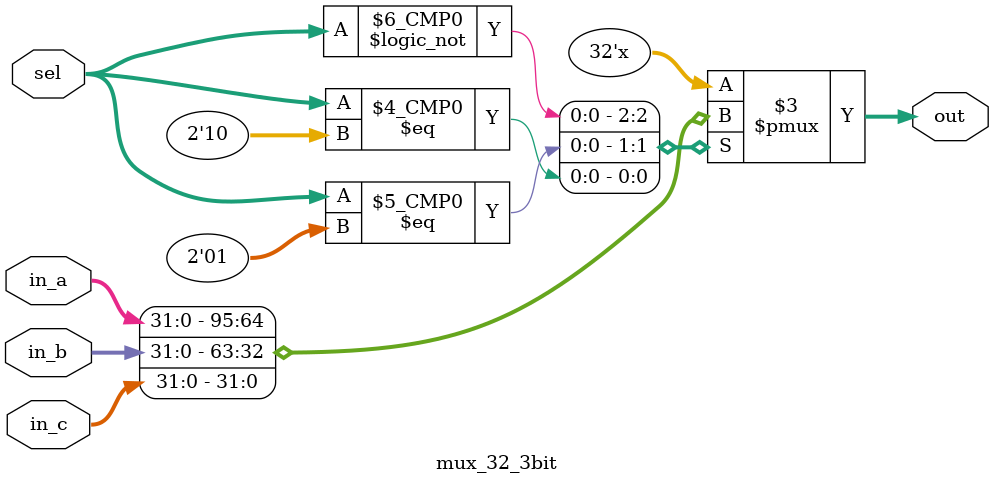
<source format=v>
module mux_32_3bit(
input [31:0] in_a, in_b, in_c,
input [1:0] sel,
output reg [31:0] out
);
always@(*)
begin
    case(sel)
        2'b00: out = in_a;
        2'b01: out = in_b;
        2'b10: out = in_c;
    endcase
end
endmodule
</source>
